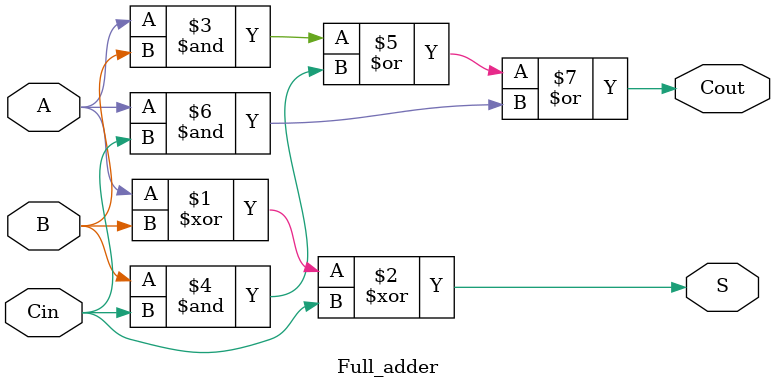
<source format=v>
`timescale 1ns / 1ps


module Full_adder(output S, Cout, input A, B , Cin);
assign S = A ^ B ^ Cin;
assign Cout = (A & B) | (B & Cin) | (A & Cin);
endmodule

</source>
